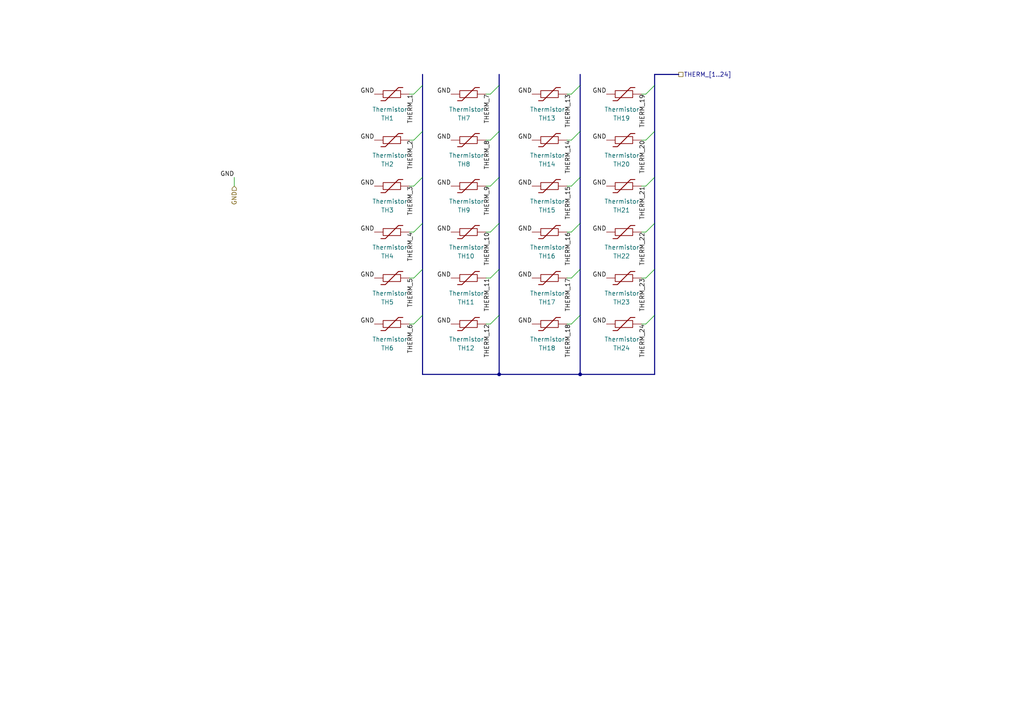
<source format=kicad_sch>
(kicad_sch (version 20211123) (generator eeschema)
  (paper "A4")
  (lib_symbols
    (symbol "OEM:Thermistor" (pin_numbers hide) (pin_names (offset 0))
      (property "Reference" "TH" (at 2.54 1.27 90))
      (property "Value" "Thermistor" (at -2.54 0 90))
      (symbol "Thermistor_0_1"
        (rectangle (start -1.016 2.54) (end 1.016 -2.54) (stroke (width 0.2032)))
        (polyline (pts (xy -1.905 3.175) (xy -1.905 1.905) (xy 1.905 -1.905) (xy 1.905 -3.175) (xy 1.905 -3.175)) (stroke (width 0.254)))
      )
      (symbol "Thermistor_1_1"
        (pin passive line (at 0 5.08 270) (length 2.54) (name "~") (number "1"))
        (pin passive line (at 0 -5.08 90) (length 2.54) (name "~") (number "2"))
      )
    )
  )
  (junction (at 168.275 108.585))
  (junction (at 144.78 108.585))
  (bus_entry (at 165.735 67.31) (size 2.54 -2.54))
  (bus_entry (at 165.735 93.98) (size 2.54 -2.54))
  (bus_entry (at 165.735 27.305) (size 2.54 -2.54))
  (bus_entry (at 187.325 67.31) (size 2.54 -2.54))
  (bus_entry (at 142.24 27.305) (size 2.54 -2.54))
  (bus_entry (at 187.325 80.645) (size 2.54 -2.54))
  (bus_entry (at 120.015 93.98) (size 2.54 -2.54))
  (bus_entry (at 120.015 27.305) (size 2.54 -2.54))
  (bus_entry (at 120.015 53.975) (size 2.54 -2.54))
  (bus_entry (at 187.325 40.64) (size 2.54 -2.54))
  (bus_entry (at 165.735 80.645) (size 2.54 -2.54))
  (bus_entry (at 165.735 40.64) (size 2.54 -2.54))
  (bus_entry (at 187.325 53.975) (size 2.54 -2.54))
  (bus_entry (at 142.24 40.64) (size 2.54 -2.54))
  (bus_entry (at 142.24 67.31) (size 2.54 -2.54))
  (bus_entry (at 187.325 27.305) (size 2.54 -2.54))
  (bus_entry (at 120.015 40.64) (size 2.54 -2.54))
  (bus_entry (at 142.24 53.975) (size 2.54 -2.54))
  (bus_entry (at 187.325 93.98) (size 2.54 -2.54))
  (bus_entry (at 165.735 53.975) (size 2.54 -2.54))
  (bus_entry (at 120.015 80.645) (size 2.54 -2.54))
  (bus_entry (at 142.24 80.645) (size 2.54 -2.54))
  (bus_entry (at 120.015 67.31) (size 2.54 -2.54))
  (bus_entry (at 142.24 93.98) (size 2.54 -2.54))
  (wire (pts (xy 120.015 53.975) (xy 118.745 53.975)))
  (bus (pts (xy 144.78 78.105) (xy 144.78 91.44)))
  (wire (pts (xy 142.24 67.31) (xy 140.97 67.31)))
  (wire (pts (xy 120.015 93.98) (xy 118.745 93.98)))
  (bus (pts (xy 144.78 24.765) (xy 144.78 38.1)))
  (bus (pts (xy 122.555 21.59) (xy 122.555 24.765)))
  (bus (pts (xy 168.275 78.105) (xy 168.275 91.44)))
  (bus (pts (xy 168.275 21.59) (xy 168.275 24.765)))
  (wire (pts (xy 142.24 93.98) (xy 140.97 93.98)))
  (wire (pts (xy 187.325 53.975) (xy 186.055 53.975)))
  (bus (pts (xy 189.865 24.765) (xy 189.865 38.1)))
  (bus (pts (xy 144.78 21.59) (xy 144.78 24.765)))
  (bus (pts (xy 189.865 78.105) (xy 189.865 91.44)))
  (bus (pts (xy 189.865 38.1) (xy 189.865 51.435)))
  (wire (pts (xy 142.24 27.305) (xy 140.97 27.305)))
  (wire (pts (xy 165.735 53.975) (xy 164.465 53.975)))
  (bus (pts (xy 122.555 51.435) (xy 122.555 64.77)))
  (wire (pts (xy 187.325 67.31) (xy 186.055 67.31)))
  (bus (pts (xy 144.78 108.585) (xy 168.275 108.585)))
  (wire (pts (xy 165.735 67.31) (xy 164.465 67.31)))
  (bus (pts (xy 144.78 38.1) (xy 144.78 51.435)))
  (wire (pts (xy 187.325 93.98) (xy 186.055 93.98)))
  (bus (pts (xy 122.555 64.77) (xy 122.555 78.105)))
  (wire (pts (xy 120.015 27.305) (xy 118.745 27.305)))
  (wire (pts (xy 120.015 80.645) (xy 118.745 80.645)))
  (bus (pts (xy 189.865 21.59) (xy 196.85 21.59)))
  (bus (pts (xy 189.865 21.59) (xy 189.865 24.765)))
  (wire (pts (xy 142.24 53.975) (xy 140.97 53.975)))
  (wire (pts (xy 142.24 80.645) (xy 140.97 80.645)))
  (bus (pts (xy 189.865 64.77) (xy 189.865 78.105)))
  (wire (pts (xy 165.735 40.64) (xy 164.465 40.64)))
  (wire (pts (xy 120.015 67.31) (xy 118.745 67.31)))
  (wire (pts (xy 165.735 80.645) (xy 164.465 80.645)))
  (wire (pts (xy 187.325 80.645) (xy 186.055 80.645)))
  (bus (pts (xy 144.78 64.77) (xy 144.78 78.105)))
  (bus (pts (xy 122.555 38.1) (xy 122.555 51.435)))
  (bus (pts (xy 168.275 51.435) (xy 168.275 64.77)))
  (wire (pts (xy 187.325 40.64) (xy 186.055 40.64)))
  (wire (pts (xy 120.015 40.64) (xy 118.745 40.64)))
  (bus (pts (xy 168.275 24.765) (xy 168.275 38.1)))
  (wire (pts (xy 165.735 27.305) (xy 164.465 27.305)))
  (bus (pts (xy 122.555 78.105) (xy 122.555 91.44)))
  (bus (pts (xy 168.275 91.44) (xy 168.275 108.585)))
  (bus (pts (xy 122.555 108.585) (xy 144.78 108.585)))
  (bus (pts (xy 122.555 91.44) (xy 122.555 108.585)))
  (bus (pts (xy 144.78 91.44) (xy 144.78 108.585)))
  (wire (pts (xy 187.325 27.305) (xy 186.055 27.305)))
  (bus (pts (xy 168.275 38.1) (xy 168.275 51.435)))
  (bus (pts (xy 189.865 51.435) (xy 189.865 64.77)))
  (wire (pts (xy 67.945 51.435) (xy 67.945 53.975)))
  (bus (pts (xy 189.865 91.44) (xy 189.865 108.585)))
  (bus (pts (xy 168.275 64.77) (xy 168.275 78.105)))
  (bus (pts (xy 144.78 51.435) (xy 144.78 64.77)))
  (wire (pts (xy 165.735 93.98) (xy 164.465 93.98)))
  (bus (pts (xy 168.275 108.585) (xy 189.865 108.585)))
  (bus (pts (xy 122.555 24.765) (xy 122.555 38.1)))
  (wire (pts (xy 142.24 40.64) (xy 140.97 40.64)))
  (label "THERM_9" (at 142.24 53.975 270))
  (label "GND" (at 175.895 27.305 180))
  (label "GND" (at 108.585 40.64 180))
  (label "THERM_4" (at 120.015 67.31 270))
  (label "GND" (at 154.305 27.305 180))
  (label "THERM_3" (at 120.015 53.975 270))
  (label "GND" (at 175.895 67.31 180))
  (label "GND" (at 154.305 67.31 180))
  (label "GND" (at 175.895 53.975 180))
  (label "THERM_21" (at 187.325 53.975 270))
  (label "THERM_19" (at 187.325 27.305 270))
  (label "THERM_24" (at 187.325 93.98 270))
  (label "THERM_8" (at 142.24 40.64 270))
  (label "THERM_22" (at 187.325 67.31 270))
  (label "GND" (at 175.895 40.64 180))
  (label "THERM_6" (at 120.015 93.98 270))
  (label "THERM_15" (at 165.735 53.975 270))
  (label "GND" (at 108.585 93.98 180))
  (label "GND" (at 130.81 53.975 180))
  (label "THERM_23" (at 187.325 80.645 270))
  (label "GND" (at 130.81 40.64 180))
  (label "GND" (at 108.585 67.31 180))
  (label "THERM_10" (at 142.24 67.31 270))
  (label "THERM_5" (at 120.015 80.645 270))
  (label "THERM_13" (at 165.735 27.305 270))
  (label "GND" (at 130.81 93.98 180))
  (label "GND" (at 108.585 53.975 180))
  (label "GND" (at 154.305 80.645 180))
  (label "THERM_16" (at 165.735 67.31 270))
  (label "GND" (at 175.895 93.98 180))
  (label "THERM_1" (at 120.015 27.305 270))
  (label "GND" (at 67.945 51.435 180))
  (label "GND" (at 154.305 40.64 180))
  (label "THERM_20" (at 187.325 40.64 270))
  (label "THERM_17" (at 165.735 80.645 270))
  (label "GND" (at 108.585 80.645 180))
  (label "GND" (at 154.305 53.975 180))
  (label "GND" (at 130.81 67.31 180))
  (label "GND" (at 130.81 27.305 180))
  (label "GND" (at 154.305 93.98 180))
  (label "THERM_18" (at 165.735 93.98 270))
  (label "THERM_2" (at 120.015 40.64 270))
  (label "THERM_14" (at 165.735 40.64 270))
  (label "GND" (at 130.81 80.645 180))
  (label "THERM_12" (at 142.24 93.98 270))
  (label "THERM_7" (at 142.24 27.305 270))
  (label "THERM_11" (at 142.24 80.645 270))
  (label "GND" (at 175.895 80.645 180))
  (label "GND" (at 108.585 27.305 180))
  (hierarchical_label "GND" (shape input) (at 67.945 53.975 270))
  (hierarchical_label "THERM_[1..24]" (shape passive) (at 196.85 21.59 0))
  (symbol (lib_id "OEM:Thermistor") (at 159.385 40.64 270) (unit 1)
    (property "Reference" "TH14" (at 156.21 47.625 90) (effects (justify left)))
    (property "Value" "Thermistor" (at 153.6701 45.085 90) (effects (justify left)))
    (property "Footprint" "OEM:R_0603" (effects hide))
    (property "MPN" "NCU18XH103F60RB" (effects hide))
  )
  (symbol (lib_id "OEM:Thermistor") (at 180.975 40.64 270) (unit 1)
    (property "Reference" "TH20" (at 177.8 47.625 90) (effects (justify left)))
    (property "Value" "Thermistor" (at 175.2601 45.085 90) (effects (justify left)))
    (property "Footprint" "OEM:R_0603" (effects hide))
    (property "MPN" "NCU18XH103F60RB" (effects hide))
  )
  (symbol (lib_id "OEM:Thermistor") (at 180.975 93.98 270) (unit 1)
    (property "Reference" "TH24" (at 177.8 100.965 90) (effects (justify left)))
    (property "Value" "Thermistor" (at 175.2601 98.425 90) (effects (justify left)))
    (property "Footprint" "OEM:R_0603" (effects hide))
    (property "MPN" "NCU18XH103F60RB" (effects hide))
  )
  (symbol (lib_id "OEM:Thermistor") (at 159.385 80.645 270) (unit 1)
    (property "Reference" "TH17" (at 156.21 87.63 90) (effects (justify left)))
    (property "Value" "Thermistor" (at 153.6701 85.09 90) (effects (justify left)))
    (property "Footprint" "OEM:R_0603" (effects hide))
    (property "MPN" "NCU18XH103F60RB" (effects hide))
  )
  (symbol (lib_id "OEM:Thermistor") (at 180.975 80.645 270) (unit 1)
    (property "Reference" "TH23" (at 177.8 87.63 90) (effects (justify left)))
    (property "Value" "Thermistor" (at 175.2601 85.09 90) (effects (justify left)))
    (property "Footprint" "OEM:R_0603" (effects hide))
    (property "MPN" "NCU18XH103F60RB" (effects hide))
  )
  (symbol (lib_id "OEM:Thermistor") (at 113.665 40.64 270) (unit 1)
    (property "Reference" "TH2" (at 110.49 47.625 90) (effects (justify left)))
    (property "Value" "Thermistor" (at 107.9501 45.085 90) (effects (justify left)))
    (property "Footprint" "OEM:R_0603" (effects hide))
    (property "MPN" "NCU18XH103F60RB" (effects hide))
  )
  (symbol (lib_id "OEM:Thermistor") (at 180.975 67.31 270) (unit 1)
    (property "Reference" "TH22" (at 177.8 74.295 90) (effects (justify left)))
    (property "Value" "Thermistor" (at 175.2601 71.755 90) (effects (justify left)))
    (property "Footprint" "OEM:R_0603" (effects hide))
    (property "MPN" "NCU18XH103F60RB" (effects hide))
  )
  (symbol (lib_id "OEM:Thermistor") (at 159.385 93.98 270) (unit 1)
    (property "Reference" "TH18" (at 156.21 100.965 90) (effects (justify left)))
    (property "Value" "Thermistor" (at 153.6701 98.425 90) (effects (justify left)))
    (property "Footprint" "OEM:R_0603" (effects hide))
    (property "MPN" "NCU18XH103F60RB" (effects hide))
  )
  (symbol (lib_id "OEM:Thermistor") (at 113.665 67.31 270) (unit 1)
    (property "Reference" "TH4" (at 110.49 74.295 90) (effects (justify left)))
    (property "Value" "Thermistor" (at 107.9501 71.755 90) (effects (justify left)))
    (property "Footprint" "OEM:R_0603" (effects hide))
    (property "MPN" "NCU18XH103F60RB" (effects hide))
  )
  (symbol (lib_id "OEM:Thermistor") (at 159.385 67.31 270) (unit 1)
    (property "Reference" "TH16" (at 156.21 74.295 90) (effects (justify left)))
    (property "Value" "Thermistor" (at 153.6701 71.755 90) (effects (justify left)))
    (property "Footprint" "OEM:R_0603" (effects hide))
    (property "MPN" "NCU18XH103F60RB" (effects hide))
  )
  (symbol (lib_id "OEM:Thermistor") (at 159.385 53.975 270) (unit 1)
    (property "Reference" "TH15" (at 156.21 60.96 90) (effects (justify left)))
    (property "Value" "Thermistor" (at 153.6701 58.42 90) (effects (justify left)))
    (property "Footprint" "OEM:R_0603" (effects hide))
    (property "MPN" "NCU18XH103F60RB" (effects hide))
  )
  (symbol (lib_id "OEM:Thermistor") (at 135.89 67.31 270) (unit 1)
    (property "Reference" "TH10" (at 132.715 74.295 90) (effects (justify left)))
    (property "Value" "Thermistor" (at 130.1751 71.755 90) (effects (justify left)))
    (property "Footprint" "OEM:R_0603" (effects hide))
    (property "MPN" "NCU18XH103F60RB" (effects hide))
  )
  (symbol (lib_id "OEM:Thermistor") (at 113.665 53.975 270) (unit 1)
    (property "Reference" "TH3" (at 110.49 60.96 90) (effects (justify left)))
    (property "Value" "Thermistor" (at 107.9501 58.42 90) (effects (justify left)))
    (property "Footprint" "OEM:R_0603" (effects hide))
    (property "MPN" "NCU18XH103F60RB" (effects hide))
  )
  (symbol (lib_id "OEM:Thermistor") (at 180.975 27.305 270) (unit 1)
    (property "Reference" "TH19" (at 177.8 34.29 90) (effects (justify left)))
    (property "Value" "Thermistor" (at 175.2601 31.75 90) (effects (justify left)))
    (property "Footprint" "OEM:R_0603" (effects hide))
    (property "MPN" "NCU18XH103F60RB" (effects hide))
  )
  (symbol (lib_id "OEM:Thermistor") (at 135.89 80.645 270) (unit 1)
    (property "Reference" "TH11" (at 132.715 87.63 90) (effects (justify left)))
    (property "Value" "Thermistor" (at 130.1751 85.09 90) (effects (justify left)))
    (property "Footprint" "OEM:R_0603" (effects hide))
    (property "MPN" "NCU18XH103F60RB" (effects hide))
  )
  (symbol (lib_id "OEM:Thermistor") (at 135.89 53.975 270) (unit 1)
    (property "Reference" "TH9" (at 132.715 60.96 90) (effects (justify left)))
    (property "Value" "Thermistor" (at 130.1751 58.42 90) (effects (justify left)))
    (property "Footprint" "OEM:R_0603" (effects hide))
    (property "MPN" "NCU18XH103F60RB" (effects hide))
  )
  (symbol (lib_id "OEM:Thermistor") (at 113.665 80.645 270) (unit 1)
    (property "Reference" "TH5" (at 110.49 87.63 90) (effects (justify left)))
    (property "Value" "Thermistor" (at 107.9501 85.09 90) (effects (justify left)))
    (property "Footprint" "OEM:R_0603" (effects hide))
    (property "MPN" "NCU18XH103F60RB" (effects hide))
  )
  (symbol (lib_id "OEM:Thermistor") (at 113.665 27.305 270) (unit 1)
    (property "Reference" "TH1" (at 110.49 34.29 90) (effects (justify left)))
    (property "Value" "Thermistor" (at 107.9501 31.75 90) (effects (justify left)))
    (property "Footprint" "OEM:R_0603" (effects hide))
    (property "MPN" "NCU18XH103F60RB" (effects hide))
  )
  (symbol (lib_id "OEM:Thermistor") (at 159.385 27.305 270) (unit 1)
    (property "Reference" "TH13" (at 156.21 34.29 90) (effects (justify left)))
    (property "Value" "Thermistor" (at 153.6701 31.75 90) (effects (justify left)))
    (property "Footprint" "OEM:R_0603" (effects hide))
    (property "MPN" "NCU18XH103F60RB" (effects hide))
  )
  (symbol (lib_id "OEM:Thermistor") (at 135.89 93.98 270) (unit 1)
    (property "Reference" "TH12" (at 132.715 100.965 90) (effects (justify left)))
    (property "Value" "Thermistor" (at 130.1751 98.425 90) (effects (justify left)))
    (property "Footprint" "OEM:R_0603" (effects hide))
    (property "MPN" "NCU18XH103F60RB" (effects hide))
  )
  (symbol (lib_id "OEM:Thermistor") (at 180.975 53.975 270) (unit 1)
    (property "Reference" "TH21" (at 177.8 60.96 90) (effects (justify left)))
    (property "Value" "Thermistor" (at 175.2601 58.42 90) (effects (justify left)))
    (property "Footprint" "OEM:R_0603" (effects hide))
    (property "MPN" "NCU18XH103F60RB" (effects hide))
  )
  (symbol (lib_id "OEM:Thermistor") (at 113.665 93.98 270) (unit 1)
    (property "Reference" "TH6" (at 110.49 100.965 90) (effects (justify left)))
    (property "Value" "Thermistor" (at 107.9501 98.425 90) (effects (justify left)))
    (property "Footprint" "OEM:R_0603" (effects hide))
    (property "MPN" "NCU18XH103F60RB" (effects hide))
  )
  (symbol (lib_id "OEM:Thermistor") (at 135.89 27.305 270) (unit 1)
    (property "Reference" "TH7" (at 132.715 34.29 90) (effects (justify left)))
    (property "Value" "Thermistor" (at 130.1751 31.75 90) (effects (justify left)))
    (property "Footprint" "OEM:R_0603" (effects hide))
    (property "MPN" "NCU18XH103F60RB" (effects hide))
  )
  (symbol (lib_id "OEM:Thermistor") (at 135.89 40.64 270) (unit 1)
    (property "Reference" "TH8" (at 132.715 47.625 90) (effects (justify left)))
    (property "Value" "Thermistor" (at 130.1751 45.085 90) (effects (justify left)))
    (property "Footprint" "OEM:R_0603" (effects hide))
    (property "MPN" "NCU18XH103F60RB" (effects hide))
  )
)
</source>
